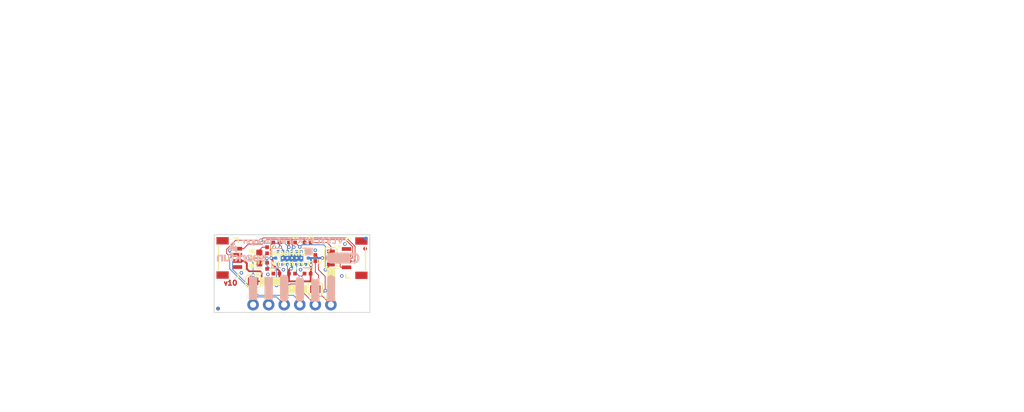
<source format=kicad_pcb>
(kicad_pcb (version 20211014) (generator pcbnew)
  (layers (0 "F.Cu" signal) (31 "B.Cu" signal) (34 "B.Paste" user) (35 "F.Paste" user) (36 "B.SilkS" user "B.Silkscreen") (37 "F.SilkS" user "F.Silkscreen") (38 "B.Mask" user) (39 "F.Mask" user) (44 "Edge.Cuts" user))
  (net 0 "")
  (net 1 "3.3V")
  (net 2 "GND")
  (net 3 "SCL")
  (net 4 "SDA")
  (net 5 "INT")
  (net 6 "N$1")
  (net 7 "N$2")
  (net 8 "~{LP}")
  (net 9 "N$4")
  (net 10 "N$3")
  (net 11 "N$5")
  (net 12 "RST")
  (net 13 "N$6")
  (footprint "boardEagle:0402-TIGHT" (layer "F.Cu") (at 152.3111 102.4636 -90)
    (fp_text reference "R1" (at 0 -0.762 90) (layer "F.SilkS") (effects (font (size 0.512064 0.512064) (thickness 0.097536)) (justify right)))
    (fp_text value "47k")
    (pad "1" smd roundrect (at -0.5 0 270) (size 0.6 0.6) (layers "F.Cu" "F.Paste" "F.Mask") (roundrect_rratio 0.08466666667) (net 5 "INT"))
    (pad "2" smd roundrect (at 0.5 0 270) (size 0.6 0.6) (layers "F.Cu" "F.Paste" "F.Mask") (roundrect_rratio 0.08466666667) (net 9 "N$4"))
  )
  (footprint "boardEagle:0402-TIGHT" (layer "F.Cu") (at 151.0411 105.0036)
    (fp_text reference "R2" (at 0 -0.762) (layer "F.SilkS") (effects (font (size 0.512064 0.512064) (thickness 0.097536)) (justify left)))
    (fp_text value "47k")
    (pad "1" smd roundrect (at -0.5 0) (size 0.6 0.6) (layers "F.Cu" "F.Paste" "F.Mask") (roundrect_rratio 0.08466666667) (net 8 "~{LP}"))
    (pad "2" smd roundrect (at 0.5 0) (size 0.6 0.6) (layers "F.Cu" "F.Paste" "F.Mask") (roundrect_rratio 0.08466666667) (net 1 "3.3V"))
  )
  (footprint "boardEagle:0402-TIGHT" (layer "F.Cu") (at 145.9611 105.0036 180)
    (fp_text reference "C1" (at 0 -0.762) (layer "F.SilkS") (effects (font (size 0.512064 0.512064) (thickness 0.097536)) (justify right)))
    (fp_text value "4.7uF")
    (pad "1" smd roundrect (at -0.5 0 180) (size 0.6 0.6) (layers "F.Cu" "F.Paste" "F.Mask") (roundrect_rratio 0.08466666667) (net 1 "3.3V"))
    (pad "2" smd roundrect (at 0.5 0 180) (size 0.6 0.6) (layers "F.Cu" "F.Paste" "F.Mask") (roundrect_rratio 0.08466666667) (net 2 "GND"))
  )
  (footprint "boardEagle:SMT-JUMPER_2_NC_TRACE_SILK" (layer "F.Cu") (at 152.3111 107.5436 180)
    (fp_text reference "JP9" (at -0.9525 -1.27) (layer "F.SilkS") (effects (font (size 0.367386 0.367386) (thickness 0.039014)) (justify right)))
    (fp_text value "INT")
    (fp_poly (pts (xy 0.1905 0.13335) (xy -0.70485 0.13335) (xy -0.70485 -0.13335) (xy 0.1905 -0.13335)) (layer "F.Cu") (width 0) (fill solid))
    (pad "1" smd roundrect (at -0.5207 0 180) (size 0.6604 1.27) (layers "F.Cu" "F.Mask") (roundrect_rratio 0.07692307692) (net 9 "N$4"))
    (pad "2" smd roundrect (at 0.5207 0 180) (size 0.6604 1.27) (layers "F.Cu" "F.Mask") (roundrect_rratio 0.07692307692) (net 1 "3.3V"))
  )
  (footprint "boardEagle:1X04_NO_SILK" (layer "F.Cu") (at 142.1511 110.0836)
    (fp_text reference "J1" (at -1.27 -1.397) (layer "F.SilkS") (effects (font (size 0.512064 0.512064) (thickness 0.097536)) (justify left)))
    (fp_text value "")
    (pad "1" thru_hole circle (at 0 0 90) (size 1.8796 1.8796) (drill 1.016) (layers *.Cu *.Mask) (net 2 "GND"))
    (pad "2" thru_hole circle (at 2.54 0 90) (size 1.8796 1.8796) (drill 1.016) (layers *.Cu *.Mask) (net 1 "3.3V"))
    (pad "3" thru_hole circle (at 5.08 0 90) (size 1.8796 1.8796) (drill 1.016) (layers *.Cu *.Mask) (net 4 "SDA"))
    (pad "4" thru_hole circle (at 7.62 0 90) (size 1.8796 1.8796) (drill 1.016) (layers *.Cu *.Mask) (net 3 "SCL"))
  )
  (footprint "boardEagle:SMT-JUMPER_2_NC_TRACE_SILK" (layer "F.Cu") (at 142.1511 106.2736)
    (fp_text reference "JP7" (at 0 -1.143) (layer "F.SilkS") (effects (font (size 0.512064 0.512064) (thickness 0.097536)) (justify left)))
    (fp_text value "PWR_LED")
    (fp_poly (pts (xy 0.1905 0.13335) (xy -0.70485 0.13335) (xy -0.70485 -0.13335) (xy 0.1905 -0.13335)) (layer "F.Cu") (width 0) (fill solid))
    (pad "1" smd roundrect (at -0.5207 0) (size 0.6604 1.27) (layers "F.Cu" "F.Mask") (roundrect_rratio 0.07692307692) (net 11 "N$5"))
    (pad "2" smd roundrect (at 0.5207 0) (size 0.6604 1.27) (layers "F.Cu" "F.Mask") (roundrect_rratio 0.07692307692) (net 1 "3.3V"))
  )
  (footprint "boardEagle:FIDUCIAL-MICRO" (layer "F.Cu") (at 160.4391 100.9396)
    (fp_text reference "JP2" hide)
    (fp_text value "FIDUCIALUFIDUCIAL" hide)
    (pad "1" smd roundrect (at 0 0) (size 0.635 0.635) (layers "F.Cu" "F.Mask") (roundrect_rratio 0.5))
  )
  (footprint "boardEagle:1X01_NO_SILK" (layer "F.Cu") (at 152.3111 110.0836)
    (fp_text reference "J5" (at -1.27 -1.143) (layer "F.SilkS") (effects (font (size 0.512064 0.512064) (thickness 0.097536)) (justify left)))
    (fp_text value "")
    (pad "1" thru_hole circle (at 0 0 90) (size 1.8796 1.8796) (drill 1.016) (layers *.Cu *.Mask) (net 5 "INT"))
  )
  (footprint "boardEagle:STAND-OFF" (layer "F.Cu") (at 138.3411 108.8136)
    (fp_text reference "JP10" hide)
    (fp_text value "STAND-OFF" hide)
    (pad "" np_thru_hole circle (at 0 0) (size 3.302 3.302) (drill 3.302) (layers *.Cu *.Mask))
  )
  (footprint "boardEagle:#INT#0" (layer "F.Cu") (at 149.5171 107.5436)
    (fp_text reference "U$5" hide)
    (fp_text value "" hide)
  )
  (footprint "boardEagle:PWR12" (layer "F.Cu") (at 142.0241 102.4636 90)
    (fp_text reference "U$4" hide)
    (fp_text value "" hide)
  )
  (footprint "boardEagle:0402-TIGHT" (layer "F.Cu") (at 145.9611 99.9236 180)
    (fp_text reference "R7" (at 0 -0.762) (layer "F.SilkS") (effects (font (size 0.512064 0.512064) (thickness 0.097536)) (justify right)))
    (fp_text value "47k")
    (pad "1" smd roundrect (at -0.5 0 180) (size 0.6 0.6) (layers "F.Cu" "F.Paste" "F.Mask") (roundrect_rratio 0.08466666667) (net 13 "N$6"))
    (pad "2" smd roundrect (at 0.5 0 180) (size 0.6 0.6) (layers "F.Cu" "F.Paste" "F.Mask") (roundrect_rratio 0.08466666667) (net 1 "3.3V"))
  )
  (footprint "boardEagle:LED-0603" (layer "F.Cu") (at 143.1671 102.4636 -90)
    (fp_text reference "D1" (at 0 -0.635 90) (layer "F.SilkS") (effects (font (size 0.512064 0.512064) (thickness 0.097536)) (justify right)))
    (fp_text value "RED")
    (pad "A" smd roundrect (at -0.877 0 180) (size 1 1) (layers "F.Cu" "F.Paste" "F.Mask") (roundrect_rratio 0.15) (net 10 "N$3"))
    (pad "C" smd roundrect (at 0.877 0 180) (size 1 1) (layers "F.Cu" "F.Paste" "F.Mask") (roundrect_rratio 0.15) (net 2 "GND"))
  )
  (footprint "boardEagle:FIDUCIAL-MICRO" (layer "F.Cu") (at 136.4361 110.7186)
    (fp_text reference "JP6" hide)
    (fp_text value "FIDUCIALUFIDUCIAL" hide)
    (pad "1" smd roundrect (at 0 0) (size 0.635 0.635) (layers "F.Cu" "F.Mask") (roundrect_rratio 0.5))
  )
  (footprint "boardEagle:CREATIVE_COMMONS" (layer "F.Cu") (at 121.1711 126.5936)
    (fp_text reference "FRAME1" hide)
    (fp_text value "FRAME-LETTER" hide)
  )
  (footprint "boardEagle:VL53L5CX_0" (layer "F.Cu") (at 148.6281 103.3526)
    (fp_text reference "U$1" hide)
    (fp_text value "" hide)
  )
  (footprint "boardEagle:ORDERING_INSTRUCTIONS" (layer "F.Cu") (at 166.2811 60.5536)
    (fp_text reference "LOGO5" hide)
    (fp_text value "SPECIAL_INSTRUCTIONS-ORDERING" hide)
  )
  (footprint "boardEagle:#LED#0" (layer "F.Cu") (at 145.0721 106.2736)
    (fp_text reference "U$2" hide)
    (fp_text value "" hide)
  )
  (footprint "boardEagle:0402-TIGHT" (layer "F.Cu") (at 148.5011 105.0036)
    (fp_text reference "C4" (at 0 -0.762) (layer "F.SilkS") (effects (font (size 0.512064 0.512064) (thickness 0.097536)) (justify left)))
    (fp_text value "0.1uF")
    (pad "1" smd roundrect (at -0.5 0) (size 0.6 0.6) (layers "F.Cu" "F.Paste" "F.Mask") (roundrect_rratio 0.08466666667) (net 1 "3.3V"))
    (pad "2" smd roundrect (at 0.5 0) (size 0.6 0.6) (layers "F.Cu" "F.Paste" "F.Mask") (roundrect_rratio 0.08466666667) (net 2 "GND"))
  )
  (footprint "boardEagle:0402-TIGHT" (layer "F.Cu") (at 151.0411 99.9236)
    (fp_text reference "R5" (at 0 -0.762) (layer "F.SilkS") (effects (font (size 0.512064 0.512064) (thickness 0.097536)) (justify left)))
    (fp_text value "2.2k")
    (pad "1" smd roundrect (at -0.5 0) (size 0.6 0.6) (layers "F.Cu" "F.Paste" "F.Mask") (roundrect_rratio 0.08466666667) (net 3 "SCL"))
    (pad "2" smd roundrect (at 0.5 0) (size 0.6 0.6) (layers "F.Cu" "F.Paste" "F.Mask") (roundrect_rratio 0.08466666667) (net 6 "N$1"))
  )
  (footprint "boardEagle:JST04_1MM_VERT" (layer "F.Cu") (at 140.3731 102.4636 90)
    (fp_text reference "J2" (at -1.397 2.159 90) (layer "F.SilkS") (effects (font (size 0.497434 0.497434) (thickness 0.112166)) (justify left)))
    (fp_text value "Vertical Qwiic Connector")
    (pad "1" smd roundrect (at -1.478 -0.775 90) (size 0.6 1.55) (layers "F.Cu" "F.Paste" "F.Mask") (roundrect_rratio 0.08466666667) (net 2 "GND"))
    (pad "2" smd roundrect (at -0.478 -0.775 90) (size 0.6 1.55) (layers "F.Cu" "F.Paste" "F.Mask") (roundrect_rratio 0.08466666667) (net 1 "3.3V"))
    (pad "3" smd roundrect (at 0.522 -0.775 90) (size 0.6 1.55) (layers "F.Cu" "F.Paste" "F.Mask") (roundrect_rratio 0.08466666667) (net 4 "SDA"))
    (pad "4" smd roundrect (at 1.522 -0.775 90) (size 0.6 1.55) (layers "F.Cu" "F.Paste" "F.Mask") (roundrect_rratio 0.08466666667) (net 3 "SCL"))
    (pad "NC1" smd roundrect (at -2.778 -3.2 90) (size 1.2 2) (layers "F.Cu" "F.Paste" "F.Mask") (roundrect_rratio 0.04233333333))
    (pad "NC2" smd roundrect (at 2.822 -3.2 90) (size 1.2 2) (layers "F.Cu" "F.Paste" "F.Mask") (roundrect_rratio 0.04233333333))
  )
  (footprint "boardEagle:STAND-OFF" (layer "F.Cu") (at 158.6611 108.8136)
    (fp_text reference "JP11" hide)
    (fp_text value "STAND-OFF" hide)
    (pad "" np_thru_hole circle (at 0 0) (size 3.302 3.302) (drill 3.302) (layers *.Cu *.Mask))
  )
  (footprint "boardEagle:1X01_NO_SILK" (layer "F.Cu") (at 154.8511 110.0836)
    (fp_text reference "J6" (at -1.27 -1.143) (layer "F.SilkS") (effects (font (size 0.512064 0.512064) (thickness 0.097536)) (justify left)))
    (fp_text value "")
    (pad "1" thru_hole circle (at 0 0 90) (size 1.8796 1.8796) (drill 1.016) (layers *.Cu *.Mask) (net 12 "RST"))
  )
  (footprint "boardEagle:DUMMY" (layer "F.Cu") (at 121.8311 126.5936)
    (fp_text reference "LOGO2" hide)
    (fp_text value "OSHW-LOGONO_SILK" hide)
  )
  (footprint "boardEagle:SMT-JUMPER_3_2-NC_TRACE_SILK" (layer "F.Cu") (at 154.8511 102.4636 -90)
    (fp_text reference "I2C0" (at 0 -1.143 90) (layer "F.SilkS") (effects (font (size 0.512064 0.512064) (thickness 0.097536)) (justify right)))
    (fp_text value "JUMPER-SMT_3_2-NC_TRACE_SILK")
    (fp_poly (pts (xy 0.7112 0.13335) (xy -0.7112 0.13335) (xy -0.7112 -0.13335) (xy 0.7112 -0.13335)) (layer "F.Cu") (width 0) (fill solid))
    (pad "1" smd roundrect (at -1.0414 0 270) (size 0.6604 1.27) (layers "F.Cu" "F.Mask") (roundrect_rratio 0.07692307692) (net 6 "N$1"))
    (pad "2" smd roundrect (at 0 0 270) (size 0.6604 1.27) (layers "F.Cu" "F.Mask") (roundrect_rratio 0.07692307692) (net 1 "3.3V"))
    (pad "3" smd roundrect (at 1.0414 0 270) (size 0.6604 1.27) (layers "F.Cu" "F.Mask") (roundrect_rratio 0.07692307692) (net 7 "N$2"))
  )
  (footprint "boardEagle:0402-TIGHT" (layer "F.Cu") (at 144.4371 103.7336 -90)
    (fp_text reference "R6" (at 0 -0.762 90) (layer "F.SilkS") (effects (font (size 0.512064 0.512064) (thickness 0.097536)) (justify right)))
    (fp_text value "47k")
    (pad "1" smd roundrect (at -0.5 0 270) (size 0.6 0.6) (layers "F.Cu" "F.Paste" "F.Mask") (roundrect_rratio 0.08466666667) (net 12 "RST"))
    (pad "2" smd roundrect (at 0.5 0 270) (size 0.6 0.6) (layers "F.Cu" "F.Paste" "F.Mask") (roundrect_rratio 0.08466666667) (net 2 "GND"))
  )
  (footprint "boardEagle:JST04_1MM_VERT" (layer "F.Cu") (at 156.6291 102.4636 -90)
    (fp_text reference "J4" (at -1.397 2.159 90) (layer "F.SilkS") (effects (font (size 0.497434 0.497434) (thickness 0.112166)) (justify right)))
    (fp_text value "Vertical Qwiic Connector")
    (pad "1" smd roundrect (at -1.478 -0.775 270) (size 0.6 1.55) (layers "F.Cu" "F.Paste" "F.Mask") (roundrect_rratio 0.08466666667) (net 2 "GND"))
    (pad "2" smd roundrect (at -0.478 -0.775 270) (size 0.6 1.55) (layers "F.Cu" "F.Paste" "F.Mask") (roundrect_rratio 0.08466666667) (net 1 "3.3V"))
    (pad "3" smd roundrect (at 0.522 -0.775 270) (size 0.6 1.55) (layers "F.Cu" "F.Paste" "F.Mask") (roundrect_rratio 0.08466666667) (net 4 "SDA"))
    (pad "4" smd roundrect (at 1.522 -0.775 270) (size 0.6 1.55) (layers "F.Cu" "F.Paste" "F.Mask") (roundrect_rratio 0.08466666667) (net 3 "SCL"))
    (pad "NC1" smd roundrect (at -2.778 -3.2 270) (size 1.2 2) (layers "F.Cu" "F.Paste" "F.Mask") (roundrect_rratio 0.04233333333))
    (pad "NC2" smd roundrect (at 2.822 -3.2 270) (size 1.2 2) (layers "F.Cu" "F.Paste" "F.Mask") (roundrect_rratio 0.04233333333))
  )
  (footprint "boardEagle:SFE_LOGO_NAME_6MM" (layer "F.Cu") (at 148.5011 101.7016)
    (fp_text reference "LOGO4" hide)
    (fp_text value "SFE_LOGO_NAME6_MM" hide)
  )
  (footprint "boardEagle:#I�C#0" (layer "F.Cu") (at 154.8511 105.6386 90)
    (fp_text reference "U$16" hide)
    (fp_text value "" hide)
  )
  (footprint "boardEagle:0402-TIGHT" (layer "F.Cu") (at 144.4371 101.1936 -90)
    (fp_text reference "R3" (at 0 -0.762 90) (layer "F.SilkS") (effects (font (size 0.512064 0.512064) (thickness 0.097536)) (justify right)))
    (fp_text value "1k")
    (pad "1" smd roundrect (at -0.5 0 270) (size 0.6 0.6) (layers "F.Cu" "F.Paste" "F.Mask") (roundrect_rratio 0.08466666667) (net 10 "N$3"))
    (pad "2" smd roundrect (at 0.5 0 270) (size 0.6 0.6) (layers "F.Cu" "F.Paste" "F.Mask") (roundrect_rratio 0.08466666667) (net 11 "N$5"))
  )
  (footprint "boardEagle:0402-TIGHT" (layer "F.Cu") (at 148.5011 99.9236)
    (fp_text reference "R4" (at 0 -0.762) (layer "F.SilkS") (effects (font (size 0.512064 0.512064) (thickness 0.097536)) (justify left)))
    (fp_text value "2.2k")
    (pad "1" smd roundrect (at -0.5 0) (size 0.6 0.6) (layers "F.Cu" "F.Paste" "F.Mask") (roundrect_rratio 0.08466666667) (net 4 "SDA"))
    (pad "2" smd roundrect (at 0.5 0) (size 0.6 0.6) (layers "F.Cu" "F.Paste" "F.Mask") (roundrect_rratio 0.08466666667) (net 7 "N$2"))
  )
  (footprint "boardEagle:VL53L5CX" (layer "B.Cu") (at 148.5011 102.4636 180)
    (fp_text reference "U1" (at -2.45 1.75) (layer "B.SilkS") (effects (font (size 0.470611 0.470611) (thickness 0.037389)) (justify left mirror)))
    (fp_text value "VL53L5CX")
    (fp_poly (pts (xy 2.35 -0.9) (xy 2.5 -0.9) (xy 2.5 -0.75) (xy 2.35 -0.75)) (layer "B.Cu") (width 0) (fill solid))
    (pad "A1" smd roundrect (at 2.25 -1.05 180) (size 0.5 0.5) (layers "B.Cu" "B.Mask") (roundrect_rratio 0.1016) (net 12 "RST"))
    (pad "A2" smd roundrect (at 1.5 -1.05 180) (size 0.5 0.5) (layers "B.Cu" "B.Mask") (roundrect_rratio 0.1016) (net 2 "GND"))
    (pad "A3" smd roundrect (at 0.75 -1.05 180) (size 0.5 0.5) (layers "B.Cu" "B.Mask") (roundrect_rratio 0.1016) (net 5 "INT"))
    (pad "A4" smd roundrect (at 0 -1.05 180) (size 0.5 0.5) (layers "B.Cu" "B.Mask") (roundrect_rratio 0.1016) (net 1 "3.3V"))
    (pad "A5" smd roundrect (at -0.75 -1.05 180) (size 0.5 0.5) (layers "B.Cu" "B.Mask") (roundrect_rratio 0.1016) (net 8 "~{LP}"))
    (pad "A6" smd roundrect (at -1.5 -1.05 180) (size 0.5 0.5) (layers "B.Cu" "B.Mask") (roundrect_rratio 0.1016) (net 2 "GND"))
    (pad "A7" smd roundrect (at -2.25 -1.05 180) (size 0.5 0.5) (layers "B.Cu" "B.Mask") (roundrect_rratio 0.1016) (net 2 "GND"))
    (pad "B1" smd roundrect (at 2.65 0 180) (size 0.5 0.5) (layers "B.Cu" "B.Mask") (roundrect_rratio 0.1016) (net 1 "3.3V"))
    (pad "B4" smd roundrect (at 0 0 180) (size 3.7 1.2) (layers "B.Cu" "B.Mask") (roundrect_rratio 0.04233333333) (net 2 "GND"))
    (pad "B7" smd roundrect (at -2.65 0) (size 0.5 0.5) (layers "B.Cu" "B.Mask") (roundrect_rratio 0.1016) (net 1 "3.3V"))
    (pad "C1" smd roundrect (at 2.25 1.05 180) (size 0.5 0.5) (layers "B.Cu" "B.Mask") (roundrect_rratio 0.1016) (net 2 "GND"))
    (pad "C2" smd roundrect (at 1.5 1.05 180) (size 0.5 0.5) (layers "B.Cu" "B.Mask") (roundrect_rratio 0.1016) (net 13 "N$6"))
    (pad "C3" smd roundrect (at 0.75 1.05 180) (size 0.5 0.5) (layers "B.Cu" "B.Mask") (roundrect_rratio 0.1016) (net 4 "SDA"))
    (pad "C4" smd roundrect (at 0 1.05 180) (size 0.5 0.5) (layers "B.Cu" "B.Mask") (roundrect_rratio 0.1016) (net 3 "SCL"))
    (pad "C5" smd roundrect (at -0.75 1.05 180) (size 0.5 0.5) (layers "B.Cu" "B.Mask") (roundrect_rratio 0.1016))
    (pad "C6" smd roundrect (at -1.5 1.05 180) (size 0.5 0.5) (layers "B.Cu" "B.Mask") (roundrect_rratio 0.1016) (net 2 "GND"))
    (pad "C7" smd roundrect (at -2.25 1.05 180) (size 0.5 0.5) (layers "B.Cu" "B.Mask") (roundrect_rratio 0.1016) (net 2 "GND"))
  )
  (footprint "boardEagle:#SCL#1" (layer "B.Cu") (at 149.7711 107.5436 -90)
    (fp_text reference "U$24" hide)
    (fp_text value "" hide)
  )
  (footprint "boardEagle:SFE_LOGO_NAME_FLAME_8MM" (layer "B.Cu") (at 140.2711 102.4636 180)
    (fp_text reference "LOGO1" hide)
    (fp_text value "SFE_LOGO_NAME_FLAME8_MM" hide)
  )
  (footprint "boardEagle:VL53L5CX0" (layer "B.Cu") (at 153.0731 99.6696 180)
    (fp_text reference "U$19" hide)
    (fp_text value "" hide)
  )
  (footprint "boardEagle:#RST_#1" (layer "B.Cu") (at 154.8511 107.5436 -90)
    (fp_text reference "U$9" hide)
    (fp_text value "" hide)
  )
  (footprint "boardEagle:IMAGER2" (layer "B.Cu") (at 142.6591 99.6696 180)
    (fp_text reference "U$22" hide)
    (fp_text value "" hide)
  )
  (footprint "boardEagle:#GND#62130" (layer "B.Cu") (at 142.1511 107.4166 -90)
    (fp_text reference "U$30" hide)
    (fp_text value "" hide)
  )
  (footprint "boardEagle:FIDUCIAL-MICRO" (layer "B.Cu") (at 136.4361 110.7186 180)
    (fp_text reference "JP1" hide)
    (fp_text value "FIDUCIALUFIDUCIAL" hide)
    (pad "1" smd roundrect (at 0 0 180) (size 0.635 0.635) (layers "B.Cu" "B.Mask") (roundrect_rratio 0.5))
  )
  (footprint "boardEagle:#INT_#0" (layer "B.Cu") (at 152.3111 107.7976 -90)
    (fp_text reference "U$8" hide)
    (fp_text value "" hide)
  )
  (footprint "boardEagle:FIDUCIAL-MICRO" (layer "B.Cu") (at 160.5661 99.2886 180)
    (fp_text reference "JP5" hide)
    (fp_text value "FIDUCIALUFIDUCIAL" hide)
    (pad "1" smd roundrect (at 0 0 180) (size 0.635 0.635) (layers "B.Cu" "B.Mask") (roundrect_rratio 0.5))
  )
  (footprint "boardEagle:#SDA#0" (layer "B.Cu") (at 147.2311 107.4166 -90)
    (fp_text reference "U$25" hide)
    (fp_text value "" hide)
  )
  (footprint "boardEagle:#3V3#13" (layer "B.Cu") (at 144.6911 107.4166 -90)
    (fp_text reference "U$3" hide)
    (fp_text value "" hide)
  )
  (footprint "boardEagle:TOF1" (layer "B.Cu") (at 147.2311 99.6696 180)
    (fp_text reference "U$20" hide)
    (fp_text value "" hide)
  )
  (footprint "boardEagle:QWIIC_5.5MM" (layer "B.Cu") (at 156.7811 102.4636 180)
    (fp_text reference "LOGO3" hide)
    (fp_text value "QWIIC_LOGO_CONNECTOR" hide)
  )
  (gr_line (start 135.8011 111.3536) (end 135.8011 98.6536) (layer "Edge.Cuts") (width 0.127))
  (gr_line (start 161.2011 98.6536) (end 161.2011 111.3536) (layer "Edge.Cuts") (width 0.127))
  (gr_line (start 161.2011 111.3536) (end 135.8011 111.3536) (layer "Edge.Cuts") (width 0.127))
  (gr_line (start 135.8011 98.6536) (end 161.2011 98.6536) (layer "Edge.Cuts") (width 0.127))
  (gr_text "v10" (at 138.4681 106.5276) (layer "F.Cu") (effects (font (size 0.8128 0.8128) (thickness 0.2032))))
  (segment (start 143.5481 104.8766) (end 143.5481 106.2736) (width 0.254) (layer "F.Cu") (net 1))
  (segment (start 154.8511 102.4636) (end 153.4541 102.4636) (width 0.3048) (layer "F.Cu") (net 1))
  (segment (start 151.7904 106.5149) (end 151.5491 106.2736) (width 0.127) (layer "F.Cu") (net 1))
  (segment (start 145.3213 102.796825) (end 145.3213 103.4748) (width 0.3048) (layer "F.Cu") (net 1))
  (segment (start 148.0011 105.0036) (end 148.0011 106.2656) (width 0.3048) (layer "F.Cu") (net 1))
  (segment (start 151.5491 105.0116) (end 151.5491 106.2736) (width 0.3048) (layer "F.Cu") (net 1))
  (segment (start 146.4611 104.6146) (end 146.4611 105.0036) (width 0.3048) (layer "F.Cu") (net 1))
  (segment (start 146.4611 105.0036) (end 146.4611 106.2656) (width 0.3048) (layer "F.Cu") (net 1))
  (segment (start 148.21889 104.213391) (end 148.0011 104.431182) (width 0.3048) (layer "F.Cu") (net 1))
  (segment (start 148.0011 105.0036) (end 148.0011 104.431182) (width 0.3048) (layer "F.Cu") (net 1))
  (segment (start 151.59239 104.95231) (end 151.5411 105.0036) (width 0.127) (layer "F.Cu") (net 1))
  (segment (start 142.6718 106.2736) (end 143.5481 106.2736) (width 0.254) (layer "F.Cu") (net 1))
  (segment (start 146.4691 106.2736) (end 147.9931 106.2736) (width 0.3048) (layer "F.Cu") (net 1))
  (segment (start 145.112518 102.4636) (end 145.112518 102.588044) (width 0.127) (layer "F.Cu") (net 1))
  (segment (start 144.6911 110.0836) (end 144.6911 106.2736) (width 0.3048) (layer "F.Cu") (net 1))
  (segment (start 151.5411 105.0036) (end 151.5491 105.0116) (width 0.127) (layer "F.Cu") (net 1))
  (segment (start 145.112518 102.4636) (end 144.985518 102.3366) (width 0.127) (layer "F.Cu") (net 1))
  (segment (start 140.7241 102.9416) (end 141.1351 103.3526) (width 0.3048) (layer "F.Cu") (net 1))
  (segment (start 151.7904 107.5436) (end 151.7904 106.5149) (width 0.127) (layer "F.Cu") (net 1))
  (segment (start 146.4611 106.2656) (end 146.4691 106.2736) (width 0.127) (layer "F.Cu") (net 1))
  (segment (start 144.985518 100.391182) (end 144.985518 102.3366) (width 0.127) (layer "F.Cu") (net 1))
  (segment (start 144.6911 106.2736) (end 146.4691 106.2736) (width 0.3048) (layer "F.Cu") (net 1))
  (segment (start 147.9931 106.2736) (end 151.5491 106.2736) (width 0.3048) (layer "F.Cu") (net 1))
  (segment (start 151.59239 103.56331) (end 151.59239 104.95231) (width 0.3048) (layer "F.Cu") (net 1))
  (segment (start 157.4041 101.9856) (end 156.3451 101.9856) (width 0.3048) (layer "F.Cu") (net 1))
  (segment (start 145.4611 99.9236) (end 145.4531 99.9236) (width 0.127) (layer "F.Cu") (net 1))
  (segment (start 155.8671 102.4636) (end 154.8511 102.4636) (width 0.3048) (layer "F.Cu") (net 1))
  (segment (start 139.5981 102.9416) (end 140.7241 102.9416) (width 0.3048) (layer "F.Cu") (net 1))
  (segment (start 143.2941 104.6226) (end 143.5481 104.8766) (width 0.254) (layer "F.Cu") (net 1))
  (segment (start 148.21889 104.213391) (end 148.34589 104.213391) (width 0.3048) (layer "F.Cu") (net 1))
  (segment (start 141.1351 104.2416) (end 141.5161 104.6226) (width 0.3048) (layer "F.Cu") (net 1))
  (segment (start 143.5481 106.2736) (end 144.6911 106.2736) (width 0.254) (layer "F.Cu") (net 1))
  (segment (start 145.4531 99.9236) (end 144.985518 100.391182) (width 0.127) (layer "F.Cu") (net 1))
  (segment (start 145.112518 102.588044) (end 145.3213 102.796825) (width 0.3048) (layer "F.Cu") (net 1))
  (segment (start 148.0011 106.2656) (end 147.9931 106.2736) (width 0.127) (layer "F.Cu") (net 1))
  (segment (start 145.3213 103.4748) (end 146.4611 104.6146) (width 0.3048) (layer "F.Cu") (net 1))
  (segment (start 141.1351 103.3526) (end 141.1351 104.2416) (width 0.3048) (layer "F.Cu") (net 1))
  (segment (start 156.3451 101.9856) (end 155.8671 102.4636) (width 0.3048) (layer "F.Cu") (net 1))
  (segment (start 141.5161 104.6226) (end 143.2941 104.6226) (width 0.254) (layer "F.Cu") (net 1))
  (via (at 148.34589 104.213391) (size 0.5588) (drill 0.3048) (layers "F.Cu" "B.Cu") (net 1))
  (via (at 153.4541 102.4636) (size 0.5588) (drill 0.3048) (layers "F.Cu" "B.Cu") (net 1))
  (via (at 151.59239 103.56331) (size 0.5588) (drill 0.3048) (layers "F.Cu" "B.Cu") (net 1))
  (via (at 145.112518 102.4636) (size 0.5588) (drill 0.3048) (layers "F.Cu" "B.Cu") (net 1))
  (segment (start 145.8511 102.4636) (end 145.112518 102.4636) (width 0.3048) (layer "B.Cu") (net 1))
  (segment (start 151.59239 103.56331) (end 151.59239 102.506891) (width 0.3048) (layer "B.Cu") (net 1))
  (segment (start 151.59239 102.506891) (end 151.5491 102.4636) (width 0.127) (layer "B.Cu") (net 1))
  (segment (start 148.34589 104.213391) (end 148.5011 104.058182) (width 0.3048) (layer "B.Cu") (net 1))
  (segment (start 148.5011 104.058182) (end 148.5011 103.5136) (width 0.3048) (layer "B.Cu") (net 1))
  (segment (start 153.4541 102.4636) (end 151.5491 102.4636) (width 0.3048) (layer "B.Cu") (net 1))
  (segment (start 151.5491 102.4636) (end 151.1511 102.4636) (width 0.3048) (layer "B.Cu") (net 1))
  (via (at 149.8981 104.3686) (size 0.5588) (drill 0.3048) (layers "F.Cu" "B.Cu") (net 2))
  (via (at 149.2631 102.4636) (size 0.5588) (drill 0.3048) (layers "F.Cu" "B.Cu") (net 2))
  (via (at 156.6291 105.3846) (size 0.5588) (drill 0.3048) (layers "F.Cu" "B.Cu") (net 2))
  (via (at 140.2461 104.8766) (size 0.5588) (drill 0.3048) (layers "F.Cu" "B.Cu") (net 2))
  (via (at 147.7391 102.4636) (size 0.5588) (drill 0.3048) (layers "F.Cu" "B.Cu") (net 2))
  (via (at 146.9771 102.4636) (size 0.5588) (drill 0.3048) (layers "F.Cu" "B.Cu") (net 2))
  (via (at 148.5011 102.4636) (size 0.5588) (drill 0.3048) (layers "F.Cu" "B.Cu") (net 2))
  (via (at 145.5801 100.6856) (size 0.5588) (drill 0.3048) (layers "F.Cu" "B.Cu") (net 2))
  (via (at 152.3111 101.1936) (size 0.5588) (drill 0.3048) (layers "F.Cu" "B.Cu") (net 2))
  (via (at 147.1041 104.3686) (size 0.5588) (drill 0.3048) (layers "F.Cu" "B.Cu") (net 2))
  (via (at 150.0251 102.4636) (size 0.5588) (drill 0.3048) (layers "F.Cu" "B.Cu") (net 2))
  (via (at 157.1371 100.1776) (size 0.5588) (drill 0.3048) (layers "F.Cu" "B.Cu") (net 2))
  (via (at 144.5641 105.1306) (size 0.5588) (drill 0.3048) (layers "F.Cu" "B.Cu") (net 2))
  (segment (start 158.258006 102.4761) (end 158.4071 102.327007) (width 0.127) (layer "F.Cu") (net 3))
  (segment (start 141.3761 100.1796) (end 140.6141 100.9416) (width 0.127) (layer "F.Cu") (net 3))
  (segment (start 139.5981 100.9416) (end 138.5931 100.9416) (width 0.127) (layer "F.Cu") (net 3))
  (segment (start 150.5331 99.9156) (end 150.5331 99.4331) (width 0.127) (layer "F.Cu") (net 3))
  (segment (start 148.5011 100.293007) (end 148.5011 99.4331) (width 0.127) (layer "F.Cu") (net 3))
  (segment (start 156.569193 102.4761) (end 158.258006 102.4761) (width 0.127) (layer "F.Cu") (net 3))
  (segment (start 143.646562 100.1796) (end 144.393062 99.4331) (width 0.127) (layer "F.Cu") (net 3))
  (segment (start 158.4071 100.644194) (end 157.196006 99.4331) (width 0.127) (layer "F.Cu") (net 3))
  (segment (start 156.5001 103.9856) (end 156.3751 103.8606) (width 0.127) (layer "F.Cu") (net 3))
  (segment (start 138.5931 100.9416) (end 138.3411 101.1936) (width 0.127) (layer "F.Cu") (net 3))
  (segment (start 156.3751 103.8606) (end 156.3751 102.670194) (width 0.127) (layer "F.Cu") (net 3))
  (segment (start 150.5411 99.9236) (end 150.5331 99.9156) (width 0.127) (layer "F.Cu") (net 3))
  (segment (start 148.7931 100.585007) (end 148.5011 100.293007) (width 0.127) (layer "F.Cu") (net 3))
  (segment (start 140.6141 100.9416) (end 139.5981 100.9416) (width 0.127) (layer "F.Cu") (net 3))
  (segment (start 158.4071 102.327007) (end 158.4071 100.644194) (width 0.127) (layer "F.Cu") (net 3))
  (segment (start 143.646562 100.1796) (end 141.3761 100.1796) (width 0.127) (layer "F.Cu") (net 3))
  (segment (start 156.3751 102.670194) (end 156.569193 102.4761) (width 0.127) (layer "F.Cu") (net 3))
  (segment (start 144.393062 99.4331) (end 148.5011 99.4331) (width 0.127) (layer "F.Cu") (net 3))
  (segment (start 150.5331 99.4331) (end 148.5011 99.4331) (width 0.127) (layer "F.Cu") (net 3))
  (segment (start 148.7931 100.6856) (end 148.7931 100.585007) (width 0.127) (layer "F.Cu") (net 3))
  (segment (start 157.196006 99.4331) (end 150.5331 99.4331) (width 0.127) (layer "F.Cu") (net 3))
  (segment (start 157.4041 103.9856) (end 156.5001 103.9856) (width 0.127) (layer "F.Cu") (net 3))
  (via (at 138.3411 101.1936) (size 0.5588) (drill 0.3048) (layers "F.Cu" "B.Cu") (net 3))
  (via (at 148.7931 100.6856) (size 0.5588) (drill 0.3048) (layers "F.Cu" "B.Cu") (net 3))
  (segment (start 148.5011 101.4136) (end 148.5011 100.6856) (width 0.127) (layer "B.Cu") (net 3))
  (segment (start 148.5011 100.6856) (end 148.7931 100.6856) (width 0.127) (layer "B.Cu") (net 3))
  (segment (start 138.3411 101.545057) (end 138.3411 101.1936) (width 0.127) (layer "B.Cu") (net 3))
  (segment (start 149.7711 109.5756) (end 148.7551 108.5596) (width 0.127) (layer "B.Cu") (net 3))
  (segment (start 148.7551 108.5596) (end 143.0401 108.5596) (width 0.127) (layer "B.Cu") (net 3))
  (segment (start 143.0401 108.5596) (end 138.811 104.3305) (width 0.127) (layer "B.Cu") (net 3))
  (segment (start 149.7711 110.0836) (end 149.7711 109.5756) (width 0.127) (layer "B.Cu") (net 3))
  (segment (start 138.811 104.3305) (end 138.811 102.014957) (width 0.127) (layer "B.Cu") (net 3))
  (segment (start 138.811 102.014957) (end 138.3411 101.545057) (width 0.127) (layer "B.Cu") (net 3))
  (segment (start 158.7881 102.8446) (end 158.6471 102.9856) (width 0.127) (layer "F.Cu") (net 4))
  (segment (start 148.0011 100.6776) (end 147.9931 100.6856) (width 0.127) (layer "F.Cu") (net 4))
  (segment (start 158.6471 102.9856) (end 157.4041 102.9856) (width 0.127) (layer "F.Cu") (net 4))
  (segment (start 157.4086 99.1791) (end 158.7881 100.5586) (width 0.127) (layer "F.Cu") (net 4))
  (segment (start 158.7881 100.5586) (end 158.7881 102.8446) (width 0.127) (layer "F.Cu") (net 4))
  (segment (start 138.3411 102.2096) (end 138.3411 101.9416) (width 0.127) (layer "F.Cu") (net 4))
  (segment (start 138.0731 101.9416) (end 137.8331 101.7016) (width 0.127) (layer "F.Cu") (net 4))
  (segment (start 139.310056 99.5601) (end 143.4211 99.5601) (width 0.127) (layer "F.Cu") (net 4))
  (segment (start 137.8331 101.7016) (end 137.8331 101.037057) (width 0.127) (layer "F.Cu") (net 4))
  (segment (start 148.0011 99.9236) (end 148.0011 100.6776) (width 0.127) (layer "F.Cu") (net 4))
  (segment (start 139.5981 101.9416) (end 138.3411 101.9416) (width 0.127) (layer "F.Cu") (net 4))
  (segment (start 138.3411 101.9416) (end 138.0731 101.9416) (width 0.127) (layer "F.Cu") (net 4))
  (segment (start 143.4211 99.5601) (end 143.8021 99.1791) (width 0.127) (layer "F.Cu") (net 4))
  (segment (start 157.4086 99.1791) (end 143.8021 99.1791) (width 0.127) (layer "F.Cu") (net 4))
  (segment (start 137.8331 101.037057) (end 139.310056 99.5601) (width 0.127) (layer "F.Cu") (net 4))
  (via (at 147.9931 100.6856) (size 0.5588) (drill 0.3048) (layers "F.Cu" "B.Cu") (net 4))
  (via (at 143.4211 99.5601) (size 0.5588) (drill 0.3048) (layers "F.Cu" "B.Cu") (net 4))
  (via (at 138.3411 102.2096) (size 0.5588) (drill 0.3048) (layers "F.Cu" "B.Cu") (net 4))
  (segment (start 147.3581 100.0506) (end 143.9116 100.0506) (width 0.127) (layer "B.Cu") (net 4))
  (segment (start 147.7511 100.6856) (end 147.7511 100.4436) (width 0.127) (layer "B.Cu") (net 4))
  (segment (start 142.9131 108.8136) (end 145.9611 108.8136) (width 0.127) (layer "B.Cu") (net 4))
  (segment (start 147.7511 101.4136) (end 147.7511 100.6856) (width 0.127) (layer "B.Cu") (net 4))
  (segment (start 147.9931 100.6856) (end 147.7511 100.6856) (width 0.127) (layer "B.Cu") (net 4))
  (segment (start 142.9131 108.8136) (end 138.3411 104.2416) (width 0.127) (layer "B.Cu") (net 4))
  (segment (start 143.4211 99.5601) (end 143.9116 100.0506) (width 0.127) (layer "B.Cu") (net 4))
  (segment (start 145.9611 108.8136) (end 147.2311 110.0836) (width 0.127) (layer "B.Cu") (net 4))
  (segment (start 138.3411 104.2416) (end 138.3411 102.2096) (width 0.127) (layer "B.Cu") (net 4))
  (segment (start 147.7511 100.4436) (end 147.3581 100.0506) (width 0.127) (layer "B.Cu") (net 4))
  (segment (start 149.5171 107.2896) (end 152.3111 110.0836) (width 0.127) (layer "F.Cu") (net 5))
  (segment (start 152.3111 101.9636) (end 152.8191 102.4716) (width 0.127) (layer "F.Cu") (net 5))
  (segment (start 148.5011 107.2896) (end 149.5171 107.2896) (width 0.127) (layer "F.Cu") (net 5))
  (segment (start 153.924 105.4735) (end 153.924 107.7976) (width 0.127) (layer "F.Cu") (net 5))
  (segment (start 152.8191 102.4716) (end 152.8191 104.3686) (width 0.127) (layer "F.Cu") (net 5))
  (segment (start 152.8191 104.3686) (end 153.924 105.4735) (width 0.127) (layer "F.Cu") (net 5))
  (via (at 153.924 107.7976) (size 0.5588) (drill 0.3048) (layers "F.Cu" "B.Cu") (net 5))
  (via (at 148.5011 107.2896) (size 0.5588) (drill 0.3048) (layers "F.Cu" "B.Cu") (net 5))
  (segment (start 147.7391 105.1306) (end 147.7391 106.5276) (width 0.127) (layer "B.Cu") (net 5))
  (segment (start 152.3111 109.4105) (end 152.3111 110.0836) (width 0.127) (layer "B.Cu") (net 5))
  (segment (start 147.7511 105.1186) (end 147.7391 105.1306) (width 0.127) (layer "B.Cu") (net 5))
  (segment (start 147.7391 106.5276) (end 148.5011 107.2896) (width 0.127) (layer "B.Cu") (net 5))
  (segment (start 147.7511 103.5136) (end 147.7511 105.1186) (width 0.127) (layer "B.Cu") (net 5))
  (segment (start 153.924 107.7976) (end 152.3111 109.4105) (width 0.127) (layer "B.Cu") (net 5))
  (segment (start 154.2161 99.9236) (end 154.8511 100.5586) (width 0.127) (layer "F.Cu") (net 6))
  (segment (start 151.5411 99.9236) (end 154.2161 99.9236) (width 0.127) (layer "F.Cu") (net 6))
  (segment (start 154.8511 100.5586) (end 154.8511 101.4222) (width 0.127) (layer "F.Cu") (net 6))
  (segment (start 149.0391 99.9236) (end 149.0011 99.9236) (width 0.127) (layer "F.Cu") (net 7))
  (segment (start 154.8511 103.505) (end 153.9875 104.3686) (width 0.127) (layer "F.Cu") (net 7))
  (segment (start 149.7711 100.6556) (end 149.0391 99.9236) (width 0.127) (layer "F.Cu") (net 7))
  (segment (start 153.9875 104.3686) (end 153.9621 104.3686) (width 0.127) (layer "F.Cu") (net 7))
  (via (at 153.9621 104.3686) (size 0.5588) (drill 0.3048) (layers "F.Cu" "B.Cu") (net 7))
  (via (at 149.7711 100.6556) (size 0.5588) (drill 0.3048) (layers "F.Cu" "B.Cu") (net 7))
  (segment (start 150.1221 100.3046) (end 149.7711 100.6556) (width 0.127) (layer "B.Cu") (net 7))
  (segment (start 153.9621 100.5586) (end 153.7081 100.3046) (width 0.127) (layer "B.Cu") (net 7))
  (segment (start 153.9621 104.3686) (end 153.9621 100.5586) (width 0.127) (layer "B.Cu") (net 7))
  (segment (start 153.7081 100.3046) (end 150.1221 100.3046) (width 0.127) (layer "B.Cu") (net 7))
  (segment (start 150.5411 105.0036) (end 150.5077 105.0036) (width 0.127) (layer "F.Cu") (net 8))
  (segment (start 150.5077 105.0036) (end 149.8981 105.6132) (width 0.127) (layer "F.Cu") (net 8))
  (via (at 149.8981 105.6132) (size 0.5588) (drill 0.3048) (layers "F.Cu" "B.Cu") (net 8))
  (segment (start 149.2511 104.9662) (end 149.2511 103.5136) (width 0.127) (layer "B.Cu") (net 8))
  (segment (start 149.8981 105.6132) (end 149.2511 104.9662) (width 0.127) (layer "B.Cu") (net 8))
  (segment (start 152.8318 107.5436) (end 152.8318 105.2703) (width 0.127) (layer "F.Cu") (net 9))
  (segment (start 152.3111 104.7496) (end 152.3111 102.9636) (width 0.127) (layer "F.Cu") (net 9))
  (segment (start 152.8318 105.2703) (end 152.3111 104.7496) (width 0.127) (layer "F.Cu") (net 9))
  (segment (start 144.4291 100.6856) (end 144.4371 100.6936) (width 0.127) (layer "F.Cu") (net 10))
  (segment (start 143.1671 101.1936) (end 143.6751 100.6856) (width 0.127) (layer "F.Cu") (net 10))
  (segment (start 143.1671 101.5866) (end 143.1671 101.1936) (width 0.127) (layer "F.Cu") (net 10))
  (segment (start 143.6751 100.6856) (end 144.4291 100.6856) (width 0.127) (layer "F.Cu") (net 10))
  (segment (start 143.647775 102.4636) (end 141.2621 102.4636) (width 0.127) (layer "F.Cu") (net 11))
  (segment (start 144.4371 101.6936) (end 144.417775 101.6936) (width 0.127) (layer "F.Cu") (net 11))
  (segment (start 141.8971 105.2576) (end 142.1511 105.2576) (width 0.127) (layer "F.Cu") (net 11))
  (segment (start 141.8971 105.2576) (end 141.6304 105.5243) (width 0.127) (layer "F.Cu") (net 11))
  (segment (start 141.6304 106.2736) (end 141.6304 105.5243) (width 0.127) (layer "F.Cu") (net 11))
  (segment (start 144.417775 101.6936) (end 143.647775 102.4636) (width 0.127) (layer "F.Cu") (net 11))
  (via (at 142.1511 105.2576) (size 0.5588) (drill 0.3048) (layers "F.Cu" "B.Cu") (net 11))
  (via (at 141.2621 102.4636) (size 0.5588) (drill 0.3048) (layers "F.Cu" "B.Cu") (net 11))
  (segment (start 142.1511 103.2256) (end 142.1511 105.2576) (width 0.127) (layer "B.Cu") (net 11))
  (segment (start 141.2621 102.4636) (end 141.3891 102.4636) (width 0.127) (layer "B.Cu") (net 11))
  (segment (start 141.3891 102.4636) (end 142.1511 103.2256) (width 0.127) (layer "B.Cu") (net 11))
  (segment (start 148.01255 106.934) (end 145.9611 106.934) (width 0.127) (layer "F.Cu") (net 12))
  (segment (start 154.8511 110.0836) (end 153.4287 108.6612) (width 0.127) (layer "F.Cu") (net 12))
  (segment (start 144.4371 103.2336) (end 144.401318 103.197819) (width 0.127) (layer "F.Cu") (net 12))
  (segment (start 153.4287 108.6612) (end 151.565631 108.6612) (width 0.127) (layer "F.Cu") (net 12))
  (segment (start 151.565631 108.6612) (end 149.597131 106.6927) (width 0.127) (layer "F.Cu") (net 12))
  (segment (start 144.401318 103.197819) (end 144.401318 102.5016) (width 0.127) (layer "F.Cu") (net 12))
  (segment (start 149.597131 106.6927) (end 148.25385 106.6927) (width 0.127) (layer "F.Cu") (net 12))
  (segment (start 148.25385 106.6927) (end 148.01255 106.934) (width 0.127) (layer "F.Cu") (net 12))
  (via (at 144.401318 102.5016) (size 0.5588) (drill 0.3048) (layers "F.Cu" "B.Cu") (net 12))
  (via (at 145.9611 106.934) (size 0.5588) (drill 0.3048) (layers "F.Cu" "B.Cu") (net 12))
  (segment (start 144.8181 104.1146) (end 145.9611 104.1146) (width 0.127) (layer "B.Cu") (net 12))
  (segment (start 144.401318 103.697819) (end 144.8181 104.1146) (width 0.127) (layer "B.Cu") (net 12))
  (segment (start 144.401318 102.5016) (end 144.401318 103.697819) (width 0.127) (layer "B.Cu") (net 12))
  (segment (start 145.9611 104.1146) (end 145.9611 106.934) (width 0.127) (layer "B.Cu") (net 12))
  (segment (start 146.2511 103.5136) (end 146.2511 103.9876) (width 0.127) (layer "B.Cu") (net 12))
  (segment (start 146.1241 104.1146) (end 146.2511 103.9876) (width 0.127) (layer "B.Cu") (net 12))
  (segment (start 145.9611 104.1146) (end 146.1241 104.1146) (width 0.127) (layer "B.Cu") (net 12))
  (segment (start 146.4611 99.9236) (end 146.4611 100.5506) (width 0.127) (layer "F.Cu") (net 13))
  (segment (start 146.5961 100.6856) (end 146.4611 100.5506) (width 0.127) (layer "F.Cu") (net 13))
  (via (at 146.5961 100.6856) (size 0.5588) (drill 0.3048) (layers "F.Cu" "B.Cu") (net 13))
  (segment (start 147.0011 101.0906) (end 146.5961 100.6856) (width 0.127) (layer "B.Cu") (net 13))
  (segment (start 147.0011 101.4136) (end 147.0011 101.0906) (width 0.127) (layer "B.Cu") (net 13))
)
</source>
